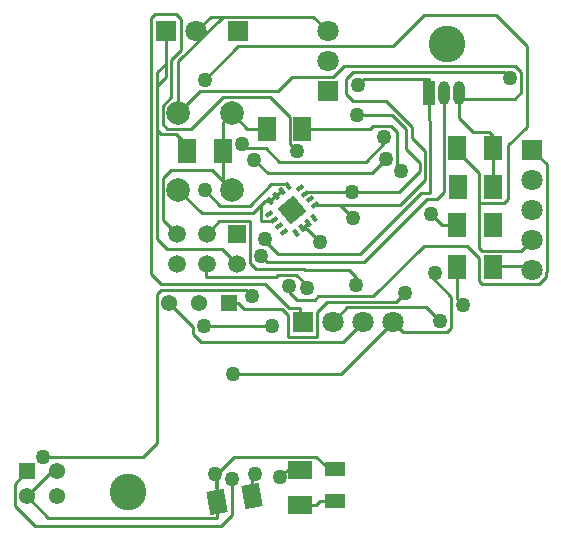
<source format=gbr>
G04 Layer_Physical_Order=2*
G04 Layer_Color=16711680*
%FSLAX44Y44*%
%MOMM*%
%TF.FileFunction,Copper,L2,Bot,Signal*%
%TF.Part,Single*%
G01*
G75*
%TA.AperFunction,SMDPad*%
%ADD12R,1.5000X2.0000*%
%TA.AperFunction,SMDPad*%
%ADD14R,2.0000X1.5000*%
%ADD18C,0.2540*%
%TA.AperFunction,ViaPad*%
%ADD19R,1.0000X2.0000*%
%TA.AperFunction,ViaPad*%
%ADD20O,1.0000X2.0000*%
%TA.AperFunction,ViaPad*%
%ADD21C,1.3780*%
%TA.AperFunction,ViaPad*%
%ADD22R,1.3780X1.3780*%
%TA.AperFunction,ViaPad*%
%ADD23R,1.8000X1.8000*%
%TA.AperFunction,ViaPad*%
%ADD24R,1.8000X1.8000*%
%TA.AperFunction,ViaPad*%
%ADD25C,1.8000*%
%TA.AperFunction,ConnectorPad*%
%ADD26C,3.1000*%
%TA.AperFunction,ViaPad*%
%ADD27C,1.5000*%
%TA.AperFunction,ViaPad*%
%ADD28R,1.5000X1.5000*%
%TA.AperFunction,ViaPad*%
%ADD29C,2.0000*%
%TA.AperFunction,ViaPad*%
%ADD30C,1.2700*%
%TA.AperFunction,SMDPad*%
G04:AMPARAMS|DCode=31|XSize=1.5mm|YSize=2mm|CornerRadius=0mm|HoleSize=0mm|Usage=FLASHONLY|Rotation=10.000|XOffset=0mm|YOffset=0mm|HoleType=Round|Shape=Rectangle|*
%AMROTATEDRECTD31*
4,1,4,-0.5650,-1.1150,-0.9123,0.8546,0.5650,1.1150,0.9123,-0.8546,-0.5650,-1.1150,0.0*
%
%ADD31ROTATEDRECTD31*%

%TA.AperFunction,SMDPad*%
%ADD32R,1.7500X1.2500*%
%TA.AperFunction,SMDPad*%
G04:AMPARAMS|DCode=33|XSize=0.37mm|YSize=0.65mm|CornerRadius=0mm|HoleSize=0mm|Usage=FLASHONLY|Rotation=130.000|XOffset=0mm|YOffset=0mm|HoleType=Round|Shape=Rectangle|*
%AMROTATEDRECTD33*
4,1,4,0.3679,0.0672,-0.1301,-0.3506,-0.3679,-0.0672,0.1301,0.3506,0.3679,0.0672,0.0*
%
%ADD33ROTATEDRECTD33*%

%TA.AperFunction,SMDPad*%
G04:AMPARAMS|DCode=34|XSize=0.37mm|YSize=0.65mm|CornerRadius=0mm|HoleSize=0mm|Usage=FLASHONLY|Rotation=220.000|XOffset=0mm|YOffset=0mm|HoleType=Round|Shape=Rectangle|*
%AMROTATEDRECTD34*
4,1,4,-0.0672,0.3679,0.3506,-0.1301,0.0672,-0.3679,-0.3506,0.1301,-0.0672,0.3679,0.0*
%
%ADD34ROTATEDRECTD34*%

%TA.AperFunction,SMDPad*%
%ADD35P,2.4749X4X265.0*%
D12*
X317740Y342900D02*
D03*
X347740D02*
D03*
X280431Y323849D02*
D03*
X250431D02*
D03*
X479030Y226060D02*
D03*
X509030D02*
D03*
X479060Y261620D02*
D03*
X509060D02*
D03*
X479630Y293340D02*
D03*
X509630D02*
D03*
X479030Y326390D02*
D03*
X509030D02*
D03*
D14*
X346240Y24370D02*
D03*
Y54370D02*
D03*
D18*
X456146Y220980D02*
X459740D01*
X454660Y219494D02*
X456146Y220980D01*
X454660Y219494D02*
X474002Y200152D01*
X232410Y386711D02*
Y397980D01*
X480060Y368300D02*
X527850D01*
X480060Y351790D02*
Y368300D01*
X509030Y226281D02*
X539529D01*
X316548Y281458D02*
X316776Y281686D01*
X313220Y278130D02*
X316548Y281458D01*
X270256Y437896D02*
X280962D01*
X316776Y281686D02*
X320372D01*
X316548Y281458D02*
X320372D01*
X316294D02*
X316548D01*
X242930Y399864D02*
X280962Y437896D01*
X274804Y49762D02*
X290320Y65278D01*
X274804Y49762D02*
X275588Y48978D01*
X274020Y50546D02*
X274804Y49762D01*
X266484Y217678D02*
Y228600D01*
X280431Y298849D02*
X287930Y291350D01*
X271685Y307594D02*
X280431Y298849D01*
X379746Y278099D02*
X430258D01*
X389928Y289306D02*
X429298D01*
X351654D02*
X389928D01*
X497370Y242062D02*
Y279908D01*
X321602Y296164D02*
X335310D01*
X347849Y258318D02*
X351574D01*
X345986Y181064D02*
X347980Y179070D01*
X345986Y181064D02*
Y191516D01*
X336842D02*
X345986D01*
X316522Y211836D02*
X336842Y191516D01*
X227876Y211836D02*
X316522D01*
X220002Y219710D02*
X227876Y211836D01*
X220002Y219710D02*
Y436880D01*
X223050Y439928D01*
X240830D01*
X244894Y435864D01*
Y409194D02*
Y435864D01*
X237020Y401320D02*
X244894Y409194D01*
X237020Y369570D02*
Y401320D01*
X229660Y362210D02*
X237020Y369570D01*
X229660Y346630D02*
Y362210D01*
Y346630D02*
X233210Y343079D01*
X253530D01*
X280275Y369824D01*
X320078D01*
X336969Y352933D01*
Y330327D02*
Y352933D01*
Y330327D02*
X342938Y324358D01*
X135930Y52730D02*
X140230D01*
X114830Y31630D02*
X135930Y52730D01*
X370152Y54828D02*
X375810D01*
X359702Y65278D02*
X370152Y54828D01*
X290320Y65278D02*
X359702D01*
X274804Y49762D02*
X275588Y26606D01*
X257810Y425450D02*
X270256Y437896D01*
X242930Y356350D02*
Y399864D01*
X280962Y437896D02*
X357124D01*
X369570Y425450D01*
X264706Y176276D02*
X322110D01*
X266484Y228600D02*
X266700D01*
X266484Y217678D02*
X325444D01*
X327190Y219424D01*
X342430D01*
X351574Y210280D01*
Y207772D02*
Y210280D01*
X417360Y330454D02*
Y335534D01*
X401644Y314738D02*
X417360Y330454D01*
X328364Y314738D02*
X401644D01*
X316744Y326358D02*
X328364Y314738D01*
X300076Y326358D02*
X316744D01*
X296456Y329978D02*
X300076Y326358D01*
X280431Y323849D02*
Y348851D01*
X287930Y356350D01*
X280431Y298849D02*
Y323849D01*
X467360Y288939D02*
Y373380D01*
X461661Y283239D02*
X467360Y288939D01*
X453780Y283239D02*
X461661D01*
X400411Y229870D02*
X453780Y283239D01*
X318046Y229870D02*
X400411D01*
X312966Y234950D02*
X318046Y229870D01*
X335332Y54370D02*
X346240D01*
X328714Y47752D02*
X335332Y54370D01*
X430258Y278099D02*
X451586Y299427D01*
Y323786D01*
X440648Y334724D02*
X451586Y323786D01*
X440648Y334724D02*
Y344758D01*
X418884Y366522D02*
X440648Y344758D01*
X390690Y366522D02*
X418884D01*
X385102Y372110D02*
X390690Y366522D01*
X385102Y372110D02*
Y385318D01*
X390690Y390906D01*
X518452D01*
X523532Y385826D01*
X497370Y279908D02*
Y305510D01*
Y279908D02*
X518960D01*
X522262Y283210D01*
Y329184D01*
X537756Y344678D01*
Y412750D01*
X511594Y438912D02*
X537756Y412750D01*
X451142Y438912D02*
X511594D01*
X424980Y412750D02*
X451142Y438912D01*
X293662Y412750D02*
X424980D01*
X265468Y384556D02*
X293662Y412750D01*
X265468Y290830D02*
X278422Y277876D01*
X303314D01*
X321602Y296164D01*
X335310Y293993D02*
Y296164D01*
X305132Y31814D02*
Y47792D01*
X307886Y50546D01*
X316522Y247650D02*
Y249428D01*
Y247650D02*
X326936Y237236D01*
X396468D01*
X448007Y288775D01*
X456126D01*
Y326860D01*
X454660Y373380D02*
X456126Y326860D01*
X336842Y204470D02*
Y209804D01*
Y204470D02*
X343446Y197866D01*
X358432D01*
X361480Y200914D01*
X407708D01*
X450634Y243840D01*
X487210D01*
X497370Y233680D01*
Y213614D02*
Y233680D01*
Y213614D02*
X499910Y211074D01*
X548170D01*
X554520Y217424D01*
Y221488D01*
X554774Y221742D01*
Y312636D01*
X542290Y325120D02*
X554774Y312636D01*
X394246Y354838D02*
X423965D01*
X435902Y342901D01*
Y325374D02*
Y342901D01*
Y325374D02*
X447046Y314230D01*
Y307054D02*
Y314230D01*
X429298Y289306D02*
X447046Y307054D01*
X350407Y288059D02*
X351654Y289306D01*
X347740Y342900D02*
X405486D01*
X407740Y345154D01*
X422694D01*
X427996Y339852D01*
Y311143D02*
Y339852D01*
Y311143D02*
X431768Y307370D01*
X406692Y305308D02*
X418376Y316992D01*
X318554Y305308D02*
X406692D01*
X307124Y316738D02*
X318554Y305308D01*
X480060Y368300D02*
Y373380D01*
X527850Y368300D02*
X533184Y373634D01*
Y390652D01*
X527850Y395986D02*
X533184Y390652D01*
X382859Y395986D02*
X527850D01*
X373969Y387096D02*
X382859Y395986D01*
X339382Y387096D02*
X373969D01*
X327190Y374904D02*
X339382Y387096D01*
X261484Y374904D02*
X327190D01*
X242930Y356350D02*
X261484Y374904D01*
X379746Y278099D02*
X390690Y267155D01*
X358763Y278099D02*
X379746D01*
X232410Y397980D02*
Y425450D01*
X225082Y390652D02*
X232410Y397980D01*
X225082Y249428D02*
Y390652D01*
Y249428D02*
X233210Y241300D01*
X279400D01*
X292100Y228600D01*
X393484Y210566D02*
Y217170D01*
X387134Y223520D02*
X393484Y217170D01*
X349931Y223520D02*
X387134D01*
X349487Y223964D02*
X349931Y223520D01*
X308204Y223964D02*
X349487D01*
X303314Y228854D02*
X308204Y223964D01*
X303314Y228854D02*
Y264922D01*
X277622D02*
X303314D01*
X266700Y254000D02*
X277622Y264922D01*
X300177Y206337D02*
X305346Y201168D01*
X228130Y206337D02*
X300177D01*
X224574Y202781D02*
X228130Y206337D01*
X224574Y76962D02*
Y202781D01*
X212890Y65278D02*
X224574Y76962D01*
X128054Y65278D02*
X212890D01*
X479030Y199051D02*
X484110Y193971D01*
X479030Y199051D02*
Y226060D01*
X285750Y195580D02*
X293258D01*
X298560Y190278D01*
X330482D01*
X335710Y185050D01*
Y166800D02*
Y185050D01*
Y166800D02*
X360251D01*
Y187778D01*
X368671Y196199D01*
X427123D01*
X434886Y203962D01*
X424180Y179070D02*
X432816Y170434D01*
X470446D01*
X474002Y173990D01*
Y200152D01*
X225120Y379421D02*
X232410Y386711D01*
X225120Y341550D02*
Y379421D01*
Y341550D02*
X228130Y338539D01*
X241075D01*
X250431Y329184D01*
Y323849D02*
Y329184D01*
X347849Y258318D02*
Y258825D01*
X351574Y258318D02*
X363004Y246888D01*
X452693Y191659D02*
X464180Y180172D01*
X385969Y191659D02*
X452693D01*
X373380Y179070D02*
X385969Y191659D01*
X532892Y239522D02*
X542290Y248920D01*
X499910Y239522D02*
X532892D01*
X497370Y242062D02*
X499910Y239522D01*
X479030Y323850D02*
X497370Y305510D01*
X479030Y323850D02*
Y326390D01*
X465874Y261620D02*
X479060D01*
X456603Y270891D02*
X465874Y261620D01*
X394754Y379730D02*
X399834Y384810D01*
X454660D01*
Y373380D02*
Y384810D01*
X288074Y16002D02*
Y46228D01*
X278930Y6858D02*
X288074Y16002D01*
X121450Y6858D02*
X278930D01*
X104432Y23876D02*
X121450Y6858D01*
X104432Y23876D02*
Y42332D01*
X114830Y52730D01*
X234950Y195580D02*
X255086Y175444D01*
Y168910D02*
Y175444D01*
Y168910D02*
X261736Y162260D01*
X381970D01*
X398780Y179070D01*
X380238Y135128D02*
X424180Y179070D01*
X289020Y135128D02*
X380238D01*
X301380Y342900D02*
X317740D01*
X287930Y356350D02*
X301380Y342900D01*
X509030Y226060D02*
Y226281D01*
X539529D02*
X542290Y223520D01*
X275588Y26606D02*
Y48978D01*
Y13716D02*
Y26606D01*
X132744Y13716D02*
X275588D01*
X114830Y31630D02*
X132744Y13716D01*
X320372Y281458D02*
Y281686D01*
X313220Y264414D02*
Y278130D01*
Y264414D02*
X322448D01*
X323595Y265561D01*
X229654Y265646D02*
X241300Y254000D01*
X229654Y265646D02*
Y300990D01*
X236258Y307594D01*
X271685D01*
X509030Y326390D02*
Y336550D01*
X505728Y339852D02*
X509030Y336550D01*
X491998Y339852D02*
X505728D01*
X480060Y351790D02*
X491998Y339852D01*
X242930Y291350D02*
X262754Y271526D01*
X306362D01*
X316294Y281458D01*
X509030Y309972D02*
Y326390D01*
Y309972D02*
X509630Y309372D01*
Y293340D02*
Y309372D01*
X329844Y289815D02*
X330331D01*
X325666Y285637D02*
X329844Y289815D01*
X325351Y285637D02*
X325666D01*
X324764D02*
X325351D01*
X320586Y281458D02*
X324764Y285637D01*
X320372Y281458D02*
X320586D01*
X362406Y27328D02*
X375810D01*
X359448Y24370D02*
X362406Y27328D01*
X346240Y24370D02*
X359448D01*
X352196Y263003D02*
X352829D01*
X348018Y258825D02*
X352196Y263003D01*
X347849Y258825D02*
X348018D01*
D19*
X454660Y373380D02*
D03*
D20*
X467360D02*
D03*
X480060D02*
D03*
D21*
X234950Y195580D02*
D03*
X260350D02*
D03*
X140230Y52730D02*
D03*
Y31630D02*
D03*
X114830D02*
D03*
D22*
X285750Y195580D02*
D03*
X114830Y52730D02*
D03*
D23*
X293370Y425450D02*
D03*
X542290Y325120D02*
D03*
X369570Y374650D02*
D03*
D24*
X232410Y425450D02*
D03*
X347980Y179070D02*
D03*
D25*
X257810Y425450D02*
D03*
X373380Y179070D02*
D03*
X398780D02*
D03*
X424180D02*
D03*
X542290Y299720D02*
D03*
Y274320D02*
D03*
Y248920D02*
D03*
Y223520D02*
D03*
X369570Y400050D02*
D03*
Y425450D02*
D03*
D26*
X200000Y35000D02*
D03*
X470000Y415000D02*
D03*
D27*
X241300Y228600D02*
D03*
Y254000D02*
D03*
X266700Y228600D02*
D03*
Y254000D02*
D03*
X292100Y228600D02*
D03*
D28*
Y254000D02*
D03*
D29*
X287930Y356350D02*
D03*
Y291350D02*
D03*
X242930Y356350D02*
D03*
Y291350D02*
D03*
D30*
X459740Y220980D02*
D03*
X342938Y324358D02*
D03*
X322110Y176276D02*
D03*
X264706D02*
D03*
X351574Y207772D02*
D03*
X417360Y335534D02*
D03*
X296456Y329978D02*
D03*
X312966Y234950D02*
D03*
X328714Y47752D02*
D03*
X523532Y385826D02*
D03*
X265468Y384556D02*
D03*
Y290830D02*
D03*
X307886Y50546D02*
D03*
X316522Y249428D02*
D03*
X336842Y209804D02*
D03*
X394246Y354838D02*
D03*
X431768Y307370D02*
D03*
X418376Y316992D02*
D03*
X307124Y316738D02*
D03*
X389928Y289306D02*
D03*
X390690Y267155D02*
D03*
X393484Y210566D02*
D03*
X305346Y201168D02*
D03*
X128054Y65278D02*
D03*
X484110Y193971D02*
D03*
X434886Y203962D02*
D03*
X363004Y246888D02*
D03*
X464180Y180172D02*
D03*
X456603Y270891D02*
D03*
X394754Y379730D02*
D03*
X288074Y46228D02*
D03*
X289020Y135128D02*
D03*
X274020Y50546D02*
D03*
D31*
X275588Y26606D02*
D03*
X305132Y31814D02*
D03*
D32*
X375810Y27328D02*
D03*
Y54828D02*
D03*
D33*
X331952Y255602D02*
D03*
X327774Y260582D02*
D03*
X323595Y265561D02*
D03*
X319418Y270540D02*
D03*
X346228Y293038D02*
D03*
X350407Y288059D02*
D03*
X354585Y283079D02*
D03*
X358763Y278099D02*
D03*
D34*
X320372Y281458D02*
D03*
X325351Y285637D02*
D03*
X330331Y289815D02*
D03*
X335310Y293993D02*
D03*
X357808Y267182D02*
D03*
X352829Y263003D02*
D03*
X347849Y258825D02*
D03*
X342870Y254647D02*
D03*
D35*
X339090Y274320D02*
D03*
%TF.MD5,06502DFB1E5BB15470592F2DDE0CF793*%
M02*

</source>
